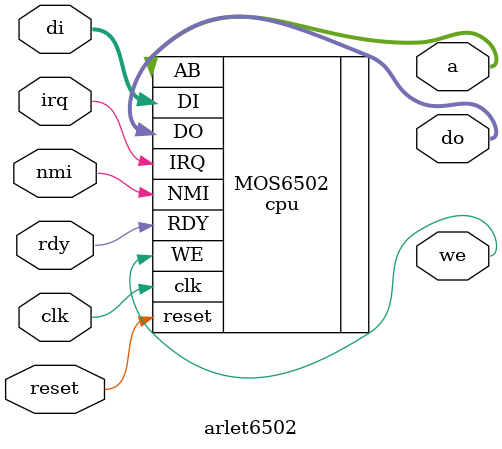
<source format=v>
/*
 * Bare wrapper around code mainly to give module the right name
 */

`include "ALU.v"
`include "cpu_syncreset.v"

module arlet6502(clk, reset, a, di, do, we, irq, nmi, rdy);

input clk;              // CPU clock 
input reset;            // reset signal
output [15:0] a;        // address bus
input [7:0] di;         // data in, read bus
output [7:0] do;        // data out, write bus
output we;              // write enable
input irq;              // interrupt request
input nmi;              // non-maskable interrupt request
input rdy;              // Ready signal. Pauses CPU when RDY=0 

cpu MOS6502(
    .clk(clk), .reset(reset), .AB(a), .DI(di), .DO(do), .WE(we),
    .IRQ(irq), .NMI(nmi), .RDY(rdy)
);

endmodule // Arlet6502

</source>
